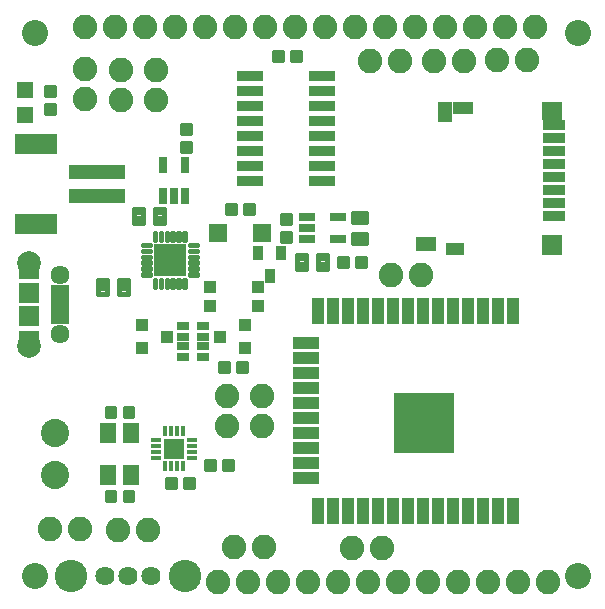
<source format=gbs>
G04 EAGLE Gerber RS-274X export*
G75*
%MOMM*%
%FSLAX34Y34*%
%LPD*%
%INSoldermask Bottom*%
%IPPOS*%
%AMOC8*
5,1,8,0,0,1.08239X$1,22.5*%
G01*
%ADD10C,2.203200*%
%ADD11C,0.463294*%
%ADD12C,0.425956*%
%ADD13R,1.403200X0.753200*%
%ADD14R,1.603200X1.603200*%
%ADD15R,4.803200X1.203200*%
%ADD16R,3.603200X1.803200*%
%ADD17R,0.753200X1.403200*%
%ADD18R,1.403200X1.403200*%
%ADD19R,1.103200X1.103200*%
%ADD20C,0.343072*%
%ADD21R,2.703200X2.703200*%
%ADD22R,1.103200X1.003200*%
%ADD23R,0.838200X1.219200*%
%ADD24R,1.103200X0.653200*%
%ADD25R,1.103200X2.203200*%
%ADD26R,2.203200X1.103200*%
%ADD27R,5.203200X5.203200*%
%ADD28R,2.235200X0.863600*%
%ADD29R,1.703200X1.703200*%
%ADD30R,0.880000X0.350000*%
%ADD31R,0.350000X0.880000*%
%ADD32R,1.443200X1.703200*%
%ADD33C,2.387600*%
%ADD34C,2.082800*%
%ADD35C,1.625600*%
%ADD36C,2.743200*%
%ADD37R,1.553200X0.653200*%
%ADD38R,1.753200X1.703200*%
%ADD39C,1.611200*%
%ADD40C,2.003200*%
%ADD41R,1.953200X0.903200*%
%ADD42R,1.753200X1.203200*%
%ADD43R,1.203200X1.653200*%
%ADD44R,1.703200X1.503200*%
%ADD45R,1.603200X1.003200*%
%ADD46R,1.703200X1.003200*%


D10*
X25000Y21000D03*
X485000Y21000D03*
X485000Y481000D03*
X25000Y481000D03*
D11*
X247330Y281315D02*
X254890Y281315D01*
X247330Y281315D02*
X247330Y292685D01*
X254890Y292685D01*
X254890Y281315D01*
X254890Y285716D02*
X247330Y285716D01*
X247330Y290117D02*
X254890Y290117D01*
X265110Y281315D02*
X272670Y281315D01*
X265110Y281315D02*
X265110Y292685D01*
X272670Y292685D01*
X272670Y281315D01*
X272670Y285716D02*
X265110Y285716D01*
X265110Y290117D02*
X272670Y290117D01*
D12*
X298289Y290331D02*
X304951Y290331D01*
X304951Y283669D01*
X298289Y283669D01*
X298289Y290331D01*
X298289Y287716D02*
X304951Y287716D01*
X289711Y290331D02*
X283049Y290331D01*
X289711Y290331D02*
X289711Y283669D01*
X283049Y283669D01*
X283049Y290331D01*
X283049Y287716D02*
X289711Y287716D01*
D11*
X305685Y303330D02*
X305685Y310890D01*
X305685Y303330D02*
X294315Y303330D01*
X294315Y310890D01*
X305685Y310890D01*
X305685Y307731D02*
X294315Y307731D01*
X305685Y321110D02*
X305685Y328670D01*
X305685Y321110D02*
X294315Y321110D01*
X294315Y328670D01*
X305685Y328670D01*
X305685Y325511D02*
X294315Y325511D01*
D13*
X255999Y306500D03*
X255999Y316000D03*
X255999Y325500D03*
X282001Y325500D03*
X282001Y306500D03*
D14*
X217500Y312000D03*
X180500Y312000D03*
D15*
X78000Y363000D03*
X78000Y343000D03*
D16*
X26000Y387000D03*
X26000Y319000D03*
D17*
X152500Y342999D03*
X143000Y342999D03*
X133500Y342999D03*
X133500Y369001D03*
X152500Y369001D03*
D18*
X17000Y432500D03*
X17000Y411500D03*
D12*
X34669Y428289D02*
X34669Y434951D01*
X41331Y434951D01*
X41331Y428289D01*
X34669Y428289D01*
X34669Y432336D02*
X41331Y432336D01*
X34669Y419711D02*
X34669Y413049D01*
X34669Y419711D02*
X41331Y419711D01*
X41331Y413049D01*
X34669Y413049D01*
X34669Y417096D02*
X41331Y417096D01*
D11*
X127110Y331685D02*
X134670Y331685D01*
X134670Y320315D01*
X127110Y320315D01*
X127110Y331685D01*
X127110Y324716D02*
X134670Y324716D01*
X134670Y329117D02*
X127110Y329117D01*
X116890Y331685D02*
X109330Y331685D01*
X116890Y331685D02*
X116890Y320315D01*
X109330Y320315D01*
X109330Y331685D01*
X109330Y324716D02*
X116890Y324716D01*
X116890Y329117D02*
X109330Y329117D01*
D19*
X173500Y266000D03*
X173500Y250000D03*
X214500Y250000D03*
X214500Y266000D03*
D20*
X151799Y265199D02*
X151799Y271801D01*
X153201Y271801D01*
X153201Y265199D01*
X151799Y265199D01*
X151799Y268458D02*
X153201Y268458D01*
X153201Y271717D02*
X151799Y271717D01*
X146799Y271801D02*
X146799Y265199D01*
X146799Y271801D02*
X148201Y271801D01*
X148201Y265199D01*
X146799Y265199D01*
X146799Y268458D02*
X148201Y268458D01*
X148201Y271717D02*
X146799Y271717D01*
X141799Y271801D02*
X141799Y265199D01*
X141799Y271801D02*
X143201Y271801D01*
X143201Y265199D01*
X141799Y265199D01*
X141799Y268458D02*
X143201Y268458D01*
X143201Y271717D02*
X141799Y271717D01*
X136799Y271801D02*
X136799Y265199D01*
X136799Y271801D02*
X138201Y271801D01*
X138201Y265199D01*
X136799Y265199D01*
X136799Y268458D02*
X138201Y268458D01*
X138201Y271717D02*
X136799Y271717D01*
X131799Y271801D02*
X131799Y265199D01*
X131799Y271801D02*
X133201Y271801D01*
X133201Y265199D01*
X131799Y265199D01*
X131799Y268458D02*
X133201Y268458D01*
X133201Y271717D02*
X131799Y271717D01*
X126799Y271801D02*
X126799Y265199D01*
X126799Y271801D02*
X128201Y271801D01*
X128201Y265199D01*
X126799Y265199D01*
X126799Y268458D02*
X128201Y268458D01*
X128201Y271717D02*
X126799Y271717D01*
X123301Y275299D02*
X116699Y275299D01*
X116699Y276701D01*
X123301Y276701D01*
X123301Y275299D01*
X123301Y280299D02*
X116699Y280299D01*
X116699Y281701D01*
X123301Y281701D01*
X123301Y280299D01*
X123301Y285299D02*
X116699Y285299D01*
X116699Y286701D01*
X123301Y286701D01*
X123301Y285299D01*
X123301Y290299D02*
X116699Y290299D01*
X116699Y291701D01*
X123301Y291701D01*
X123301Y290299D01*
X123301Y295299D02*
X116699Y295299D01*
X116699Y296701D01*
X123301Y296701D01*
X123301Y295299D01*
X123301Y300299D02*
X116699Y300299D01*
X116699Y301701D01*
X123301Y301701D01*
X123301Y300299D01*
X128201Y305199D02*
X128201Y311801D01*
X128201Y305199D02*
X126799Y305199D01*
X126799Y311801D01*
X128201Y311801D01*
X128201Y308458D02*
X126799Y308458D01*
X126799Y311717D02*
X128201Y311717D01*
X133201Y311801D02*
X133201Y305199D01*
X131799Y305199D01*
X131799Y311801D01*
X133201Y311801D01*
X133201Y308458D02*
X131799Y308458D01*
X131799Y311717D02*
X133201Y311717D01*
X138201Y311801D02*
X138201Y305199D01*
X136799Y305199D01*
X136799Y311801D01*
X138201Y311801D01*
X138201Y308458D02*
X136799Y308458D01*
X136799Y311717D02*
X138201Y311717D01*
X143201Y311801D02*
X143201Y305199D01*
X141799Y305199D01*
X141799Y311801D01*
X143201Y311801D01*
X143201Y308458D02*
X141799Y308458D01*
X141799Y311717D02*
X143201Y311717D01*
X148201Y311801D02*
X148201Y305199D01*
X146799Y305199D01*
X146799Y311801D01*
X148201Y311801D01*
X148201Y308458D02*
X146799Y308458D01*
X146799Y311717D02*
X148201Y311717D01*
X153201Y311801D02*
X153201Y305199D01*
X151799Y305199D01*
X151799Y311801D01*
X153201Y311801D01*
X153201Y308458D02*
X151799Y308458D01*
X151799Y311717D02*
X153201Y311717D01*
X156699Y301701D02*
X163301Y301701D01*
X163301Y300299D01*
X156699Y300299D01*
X156699Y301701D01*
X156699Y296701D02*
X163301Y296701D01*
X163301Y295299D01*
X156699Y295299D01*
X156699Y296701D01*
X156699Y291701D02*
X163301Y291701D01*
X163301Y290299D01*
X156699Y290299D01*
X156699Y291701D01*
X156699Y286701D02*
X163301Y286701D01*
X163301Y285299D01*
X156699Y285299D01*
X156699Y286701D01*
X156699Y281701D02*
X163301Y281701D01*
X163301Y280299D01*
X156699Y280299D01*
X156699Y281701D01*
X156699Y276701D02*
X163301Y276701D01*
X163301Y275299D01*
X156699Y275299D01*
X156699Y276701D01*
D21*
X140000Y288500D03*
D11*
X104170Y271685D02*
X96610Y271685D01*
X104170Y271685D02*
X104170Y260315D01*
X96610Y260315D01*
X96610Y271685D01*
X96610Y264716D02*
X104170Y264716D01*
X104170Y269117D02*
X96610Y269117D01*
X86390Y271685D02*
X78830Y271685D01*
X86390Y271685D02*
X86390Y260315D01*
X78830Y260315D01*
X78830Y271685D01*
X78830Y264716D02*
X86390Y264716D01*
X86390Y269117D02*
X78830Y269117D01*
D22*
X182000Y224000D03*
X203000Y214500D03*
X203000Y233500D03*
X137000Y224000D03*
X116000Y233500D03*
X116000Y214500D03*
D12*
X234669Y320289D02*
X234669Y326951D01*
X241331Y326951D01*
X241331Y320289D01*
X234669Y320289D01*
X234669Y324336D02*
X241331Y324336D01*
X234669Y311711D02*
X234669Y305049D01*
X234669Y311711D02*
X241331Y311711D01*
X241331Y305049D01*
X234669Y305049D01*
X234669Y309096D02*
X241331Y309096D01*
D23*
X224000Y275000D03*
X233500Y295000D03*
X214500Y295000D03*
D12*
X209951Y335331D02*
X203289Y335331D01*
X209951Y335331D02*
X209951Y328669D01*
X203289Y328669D01*
X203289Y335331D01*
X203289Y332716D02*
X209951Y332716D01*
X194711Y335331D02*
X188049Y335331D01*
X194711Y335331D02*
X194711Y328669D01*
X188049Y328669D01*
X188049Y335331D01*
X188049Y332716D02*
X194711Y332716D01*
D24*
X168000Y207000D03*
X151000Y207000D03*
X168000Y216000D03*
X168000Y224000D03*
X168000Y233000D03*
X151000Y233000D03*
X151000Y216000D03*
X151000Y224000D03*
D12*
X197289Y201331D02*
X203951Y201331D01*
X203951Y194669D01*
X197289Y194669D01*
X197289Y201331D01*
X197289Y198716D02*
X203951Y198716D01*
X188711Y201331D02*
X182049Y201331D01*
X188711Y201331D02*
X188711Y194669D01*
X182049Y194669D01*
X182049Y201331D01*
X182049Y198716D02*
X188711Y198716D01*
X149669Y396289D02*
X149669Y402951D01*
X156331Y402951D01*
X156331Y396289D01*
X149669Y396289D01*
X149669Y400336D02*
X156331Y400336D01*
X149669Y387711D02*
X149669Y381049D01*
X149669Y387711D02*
X156331Y387711D01*
X156331Y381049D01*
X149669Y381049D01*
X149669Y385096D02*
X156331Y385096D01*
D25*
X430000Y76000D03*
X417300Y76000D03*
X404600Y76000D03*
X391900Y76000D03*
X379200Y76000D03*
X366500Y76000D03*
X353800Y76000D03*
X341100Y76000D03*
X328400Y76000D03*
X315700Y76000D03*
X303000Y76000D03*
X290300Y76000D03*
X277600Y76000D03*
X264900Y76000D03*
D26*
X255000Y104000D03*
X255000Y116700D03*
X255000Y129400D03*
X255000Y142100D03*
X255000Y154800D03*
X255000Y167500D03*
X255000Y180200D03*
X255000Y192900D03*
X255000Y205600D03*
X255000Y218300D03*
D25*
X264900Y246000D03*
X277600Y246000D03*
X290300Y246000D03*
X303000Y246000D03*
X315700Y246000D03*
X328400Y246000D03*
X341100Y246000D03*
X353800Y246000D03*
X366500Y246000D03*
X379200Y246000D03*
X391900Y246000D03*
X404600Y246000D03*
X417300Y246000D03*
X430000Y246000D03*
D27*
X355100Y151000D03*
D28*
X268734Y444450D03*
X207266Y444450D03*
X268734Y431750D03*
X268734Y419050D03*
X207266Y431750D03*
X207266Y419050D03*
X268734Y406350D03*
X207266Y406350D03*
X268734Y393650D03*
X207266Y393650D03*
X268734Y380950D03*
X268734Y368250D03*
X207266Y380950D03*
X207266Y368250D03*
X268734Y355550D03*
X207266Y355550D03*
D29*
X143000Y129000D03*
D30*
X158000Y136500D03*
X158000Y131500D03*
X158000Y126500D03*
X158000Y121500D03*
D31*
X150500Y114000D03*
X145500Y114000D03*
X140500Y114000D03*
X135500Y114000D03*
D30*
X128000Y121500D03*
X128000Y126500D03*
X128000Y131500D03*
X128000Y136500D03*
D31*
X135500Y144000D03*
X140500Y144000D03*
X145500Y144000D03*
X150500Y144000D03*
D12*
X170049Y111669D02*
X176711Y111669D01*
X170049Y111669D02*
X170049Y118331D01*
X176711Y118331D01*
X176711Y111669D01*
X176711Y115716D02*
X170049Y115716D01*
X185289Y111669D02*
X191951Y111669D01*
X185289Y111669D02*
X185289Y118331D01*
X191951Y118331D01*
X191951Y111669D01*
X191951Y115716D02*
X185289Y115716D01*
X143711Y96669D02*
X137049Y96669D01*
X137049Y103331D01*
X143711Y103331D01*
X143711Y96669D01*
X143711Y100716D02*
X137049Y100716D01*
X152289Y96669D02*
X158951Y96669D01*
X152289Y96669D02*
X152289Y103331D01*
X158951Y103331D01*
X158951Y96669D01*
X158951Y100716D02*
X152289Y100716D01*
D32*
X106500Y107000D03*
X87500Y107000D03*
X106500Y142000D03*
X87500Y142000D03*
D12*
X86049Y156669D02*
X92711Y156669D01*
X86049Y156669D02*
X86049Y163331D01*
X92711Y163331D01*
X92711Y156669D01*
X92711Y160716D02*
X86049Y160716D01*
X101289Y156669D02*
X107951Y156669D01*
X101289Y156669D02*
X101289Y163331D01*
X107951Y163331D01*
X107951Y156669D01*
X107951Y160716D02*
X101289Y160716D01*
X92711Y85669D02*
X86049Y85669D01*
X86049Y92331D01*
X92711Y92331D01*
X92711Y85669D01*
X92711Y89716D02*
X86049Y89716D01*
X101289Y85669D02*
X107951Y85669D01*
X101289Y85669D02*
X101289Y92331D01*
X107951Y92331D01*
X107951Y85669D01*
X107951Y89716D02*
X101289Y89716D01*
D33*
X42000Y142000D03*
X42000Y107000D03*
D34*
X309000Y457000D03*
X334400Y457000D03*
X442000Y458000D03*
X416600Y458000D03*
X363000Y457000D03*
X388400Y457000D03*
X68000Y425000D03*
X68000Y450400D03*
X98000Y450000D03*
X98000Y424600D03*
X327000Y276000D03*
X352400Y276000D03*
X194000Y46000D03*
X219400Y46000D03*
X294000Y45000D03*
X319400Y45000D03*
X128000Y424000D03*
X128000Y449400D03*
X96000Y60000D03*
X121400Y60000D03*
X218000Y174000D03*
X218000Y148600D03*
X63500Y61000D03*
X38100Y61000D03*
D35*
X104000Y21000D03*
D36*
X56000Y21000D03*
X152000Y21000D03*
D35*
X124000Y21000D03*
X85000Y21000D03*
D34*
X188000Y174000D03*
X188000Y148600D03*
D37*
X46750Y238000D03*
X46750Y244500D03*
X46750Y251000D03*
X46750Y257500D03*
X46750Y264000D03*
D38*
X20000Y241000D03*
X20000Y261000D03*
X20000Y220500D03*
X20000Y281500D03*
D39*
X47000Y226000D03*
X47000Y276000D03*
D40*
X20000Y216000D03*
X20000Y286000D03*
D34*
X460000Y16000D03*
X434600Y16000D03*
X409200Y16000D03*
X383800Y16000D03*
X358400Y16000D03*
X333000Y16000D03*
X307600Y16000D03*
X282200Y16000D03*
X256800Y16000D03*
X231400Y16000D03*
X206000Y16000D03*
X180600Y16000D03*
X449000Y486000D03*
X423600Y486000D03*
X398200Y486000D03*
X372800Y486000D03*
X347400Y486000D03*
X322000Y486000D03*
X296600Y486000D03*
X271200Y486000D03*
X245800Y486000D03*
X220400Y486000D03*
X195000Y486000D03*
X169600Y486000D03*
X144200Y486000D03*
X118800Y486000D03*
X93400Y486000D03*
X68000Y486000D03*
D12*
X243317Y464662D02*
X249979Y464662D01*
X249979Y458000D01*
X243317Y458000D01*
X243317Y464662D01*
X243317Y462047D02*
X249979Y462047D01*
X234739Y464662D02*
X228077Y464662D01*
X234739Y464662D02*
X234739Y458000D01*
X228077Y458000D01*
X228077Y464662D01*
X228077Y462047D02*
X234739Y462047D01*
D41*
X464750Y326000D03*
X464750Y337000D03*
X464750Y348000D03*
X464750Y359000D03*
X464750Y370000D03*
X464750Y381000D03*
X464750Y392000D03*
X464750Y403000D03*
D42*
X356750Y302250D03*
D43*
X372500Y414250D03*
D29*
X463500Y301500D03*
D44*
X463500Y415000D03*
D45*
X381000Y298250D03*
D46*
X387500Y417500D03*
M02*

</source>
